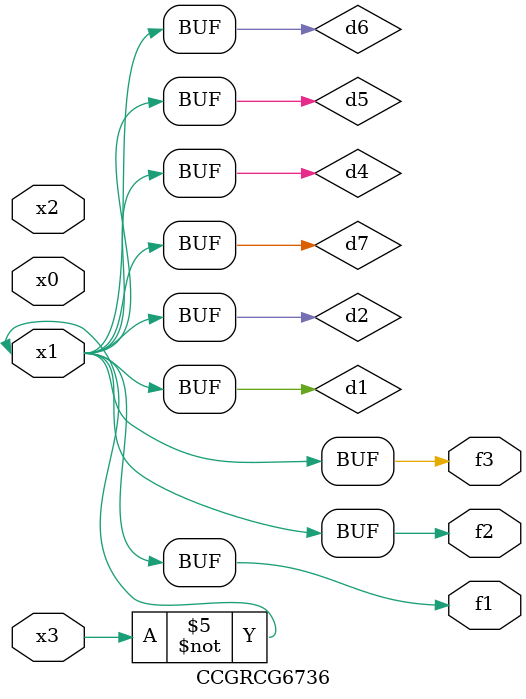
<source format=v>
module CCGRCG6736(
	input x0, x1, x2, x3,
	output f1, f2, f3
);

	wire d1, d2, d3, d4, d5, d6, d7;

	not (d1, x3);
	buf (d2, x1);
	xnor (d3, d1, d2);
	nor (d4, d1);
	buf (d5, d1, d2);
	buf (d6, d4, d5);
	nand (d7, d4);
	assign f1 = d6;
	assign f2 = d7;
	assign f3 = d6;
endmodule

</source>
